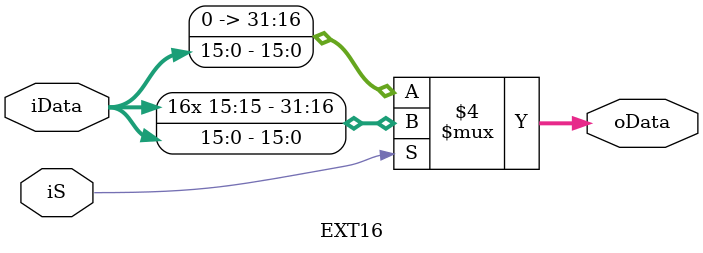
<source format=v>
`timescale 1ns / 1ps


module EXT16(
   input [15:0]iData,
   input iS,        //¿ØÖÆÐÅºÅ£¬ÓÐ·ûºÅÀ©Õ¹»¹ÊÇÎÞ·ûºÅÀ©Õ¹
   output reg [31:0]oData
    );

    always @(*)
    begin
    if(iS==1)
      oData={{16{iData[15]}},iData};
    else
      oData={16'b0,iData};
    end
endmodule

</source>
